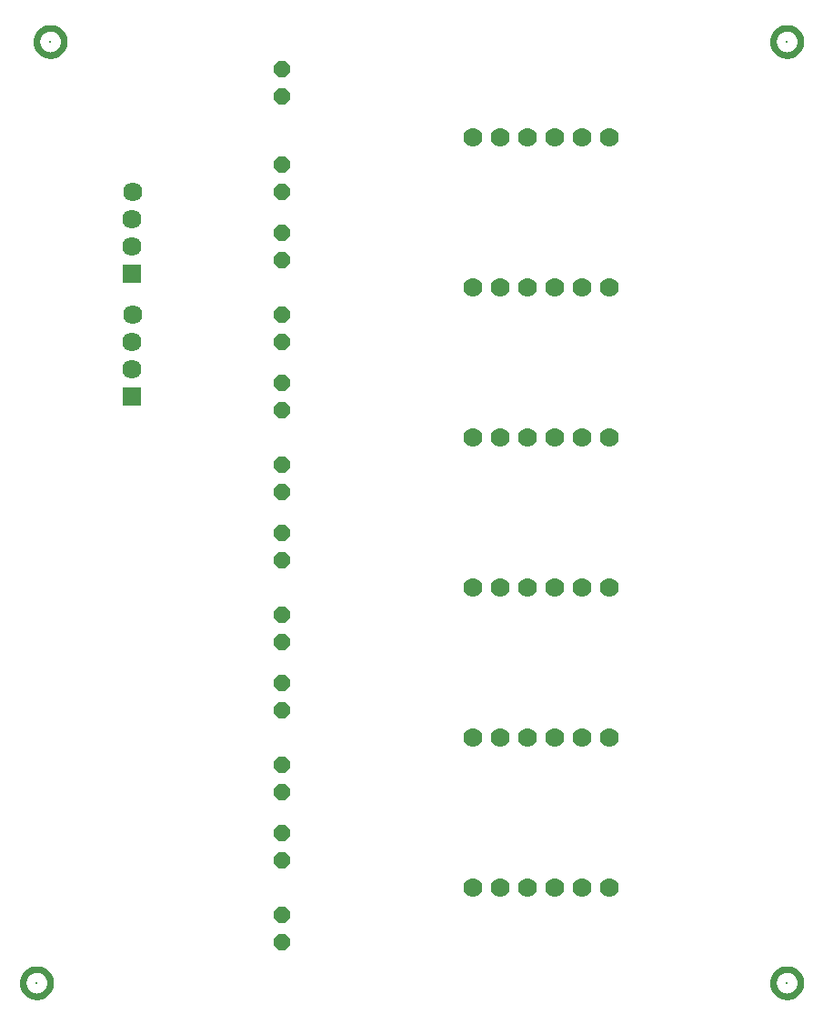
<source format=gbr>
G04 EAGLE Gerber RS-274X export*
G75*
%MOMM*%
%FSLAX34Y34*%
%LPD*%
%INSoldermask Bottom*%
%IPPOS*%
%AMOC8*
5,1,8,0,0,1.08239X$1,22.5*%
G01*
%ADD10C,0.284481*%
%ADD11C,0.609600*%
%ADD12C,1.778200*%
%ADD13R,1.793200X1.793200*%
%ADD14C,1.793200*%
%ADD15P,1.649562X8X112.500000*%


D10*
X76200Y952500D03*
X762000Y952500D03*
X63500Y76200D03*
X762000Y76200D03*
X76200Y952500D03*
D11*
X749300Y952500D02*
X749304Y952812D01*
X749315Y953123D01*
X749334Y953434D01*
X749361Y953745D01*
X749396Y954055D01*
X749437Y954363D01*
X749487Y954671D01*
X749544Y954978D01*
X749609Y955283D01*
X749681Y955586D01*
X749760Y955887D01*
X749847Y956187D01*
X749941Y956484D01*
X750042Y956779D01*
X750151Y957071D01*
X750267Y957360D01*
X750390Y957647D01*
X750519Y957930D01*
X750656Y958210D01*
X750800Y958487D01*
X750950Y958760D01*
X751107Y959029D01*
X751270Y959294D01*
X751440Y959556D01*
X751617Y959813D01*
X751799Y960065D01*
X751988Y960313D01*
X752183Y960557D01*
X752383Y960795D01*
X752590Y961029D01*
X752802Y961257D01*
X753020Y961480D01*
X753243Y961698D01*
X753471Y961910D01*
X753705Y962117D01*
X753943Y962317D01*
X754187Y962512D01*
X754435Y962701D01*
X754687Y962883D01*
X754944Y963060D01*
X755206Y963230D01*
X755471Y963393D01*
X755740Y963550D01*
X756013Y963700D01*
X756290Y963844D01*
X756570Y963981D01*
X756853Y964110D01*
X757140Y964233D01*
X757429Y964349D01*
X757721Y964458D01*
X758016Y964559D01*
X758313Y964653D01*
X758613Y964740D01*
X758914Y964819D01*
X759217Y964891D01*
X759522Y964956D01*
X759829Y965013D01*
X760137Y965063D01*
X760445Y965104D01*
X760755Y965139D01*
X761066Y965166D01*
X761377Y965185D01*
X761688Y965196D01*
X762000Y965200D01*
X762312Y965196D01*
X762623Y965185D01*
X762934Y965166D01*
X763245Y965139D01*
X763555Y965104D01*
X763863Y965063D01*
X764171Y965013D01*
X764478Y964956D01*
X764783Y964891D01*
X765086Y964819D01*
X765387Y964740D01*
X765687Y964653D01*
X765984Y964559D01*
X766279Y964458D01*
X766571Y964349D01*
X766860Y964233D01*
X767147Y964110D01*
X767430Y963981D01*
X767710Y963844D01*
X767987Y963700D01*
X768260Y963550D01*
X768529Y963393D01*
X768794Y963230D01*
X769056Y963060D01*
X769313Y962883D01*
X769565Y962701D01*
X769813Y962512D01*
X770057Y962317D01*
X770295Y962117D01*
X770529Y961910D01*
X770757Y961698D01*
X770980Y961480D01*
X771198Y961257D01*
X771410Y961029D01*
X771617Y960795D01*
X771817Y960557D01*
X772012Y960313D01*
X772201Y960065D01*
X772383Y959813D01*
X772560Y959556D01*
X772730Y959294D01*
X772893Y959029D01*
X773050Y958760D01*
X773200Y958487D01*
X773344Y958210D01*
X773481Y957930D01*
X773610Y957647D01*
X773733Y957360D01*
X773849Y957071D01*
X773958Y956779D01*
X774059Y956484D01*
X774153Y956187D01*
X774240Y955887D01*
X774319Y955586D01*
X774391Y955283D01*
X774456Y954978D01*
X774513Y954671D01*
X774563Y954363D01*
X774604Y954055D01*
X774639Y953745D01*
X774666Y953434D01*
X774685Y953123D01*
X774696Y952812D01*
X774700Y952500D01*
X774696Y952188D01*
X774685Y951877D01*
X774666Y951566D01*
X774639Y951255D01*
X774604Y950945D01*
X774563Y950637D01*
X774513Y950329D01*
X774456Y950022D01*
X774391Y949717D01*
X774319Y949414D01*
X774240Y949113D01*
X774153Y948813D01*
X774059Y948516D01*
X773958Y948221D01*
X773849Y947929D01*
X773733Y947640D01*
X773610Y947353D01*
X773481Y947070D01*
X773344Y946790D01*
X773200Y946513D01*
X773050Y946240D01*
X772893Y945971D01*
X772730Y945706D01*
X772560Y945444D01*
X772383Y945187D01*
X772201Y944935D01*
X772012Y944687D01*
X771817Y944443D01*
X771617Y944205D01*
X771410Y943971D01*
X771198Y943743D01*
X770980Y943520D01*
X770757Y943302D01*
X770529Y943090D01*
X770295Y942883D01*
X770057Y942683D01*
X769813Y942488D01*
X769565Y942299D01*
X769313Y942117D01*
X769056Y941940D01*
X768794Y941770D01*
X768529Y941607D01*
X768260Y941450D01*
X767987Y941300D01*
X767710Y941156D01*
X767430Y941019D01*
X767147Y940890D01*
X766860Y940767D01*
X766571Y940651D01*
X766279Y940542D01*
X765984Y940441D01*
X765687Y940347D01*
X765387Y940260D01*
X765086Y940181D01*
X764783Y940109D01*
X764478Y940044D01*
X764171Y939987D01*
X763863Y939937D01*
X763555Y939896D01*
X763245Y939861D01*
X762934Y939834D01*
X762623Y939815D01*
X762312Y939804D01*
X762000Y939800D01*
X761688Y939804D01*
X761377Y939815D01*
X761066Y939834D01*
X760755Y939861D01*
X760445Y939896D01*
X760137Y939937D01*
X759829Y939987D01*
X759522Y940044D01*
X759217Y940109D01*
X758914Y940181D01*
X758613Y940260D01*
X758313Y940347D01*
X758016Y940441D01*
X757721Y940542D01*
X757429Y940651D01*
X757140Y940767D01*
X756853Y940890D01*
X756570Y941019D01*
X756290Y941156D01*
X756013Y941300D01*
X755740Y941450D01*
X755471Y941607D01*
X755206Y941770D01*
X754944Y941940D01*
X754687Y942117D01*
X754435Y942299D01*
X754187Y942488D01*
X753943Y942683D01*
X753705Y942883D01*
X753471Y943090D01*
X753243Y943302D01*
X753020Y943520D01*
X752802Y943743D01*
X752590Y943971D01*
X752383Y944205D01*
X752183Y944443D01*
X751988Y944687D01*
X751799Y944935D01*
X751617Y945187D01*
X751440Y945444D01*
X751270Y945706D01*
X751107Y945971D01*
X750950Y946240D01*
X750800Y946513D01*
X750656Y946790D01*
X750519Y947070D01*
X750390Y947353D01*
X750267Y947640D01*
X750151Y947929D01*
X750042Y948221D01*
X749941Y948516D01*
X749847Y948813D01*
X749760Y949113D01*
X749681Y949414D01*
X749609Y949717D01*
X749544Y950022D01*
X749487Y950329D01*
X749437Y950637D01*
X749396Y950945D01*
X749361Y951255D01*
X749334Y951566D01*
X749315Y951877D01*
X749304Y952188D01*
X749300Y952500D01*
X63500Y952500D02*
X63504Y952812D01*
X63515Y953123D01*
X63534Y953434D01*
X63561Y953745D01*
X63596Y954055D01*
X63637Y954363D01*
X63687Y954671D01*
X63744Y954978D01*
X63809Y955283D01*
X63881Y955586D01*
X63960Y955887D01*
X64047Y956187D01*
X64141Y956484D01*
X64242Y956779D01*
X64351Y957071D01*
X64467Y957360D01*
X64590Y957647D01*
X64719Y957930D01*
X64856Y958210D01*
X65000Y958487D01*
X65150Y958760D01*
X65307Y959029D01*
X65470Y959294D01*
X65640Y959556D01*
X65817Y959813D01*
X65999Y960065D01*
X66188Y960313D01*
X66383Y960557D01*
X66583Y960795D01*
X66790Y961029D01*
X67002Y961257D01*
X67220Y961480D01*
X67443Y961698D01*
X67671Y961910D01*
X67905Y962117D01*
X68143Y962317D01*
X68387Y962512D01*
X68635Y962701D01*
X68887Y962883D01*
X69144Y963060D01*
X69406Y963230D01*
X69671Y963393D01*
X69940Y963550D01*
X70213Y963700D01*
X70490Y963844D01*
X70770Y963981D01*
X71053Y964110D01*
X71340Y964233D01*
X71629Y964349D01*
X71921Y964458D01*
X72216Y964559D01*
X72513Y964653D01*
X72813Y964740D01*
X73114Y964819D01*
X73417Y964891D01*
X73722Y964956D01*
X74029Y965013D01*
X74337Y965063D01*
X74645Y965104D01*
X74955Y965139D01*
X75266Y965166D01*
X75577Y965185D01*
X75888Y965196D01*
X76200Y965200D01*
X76512Y965196D01*
X76823Y965185D01*
X77134Y965166D01*
X77445Y965139D01*
X77755Y965104D01*
X78063Y965063D01*
X78371Y965013D01*
X78678Y964956D01*
X78983Y964891D01*
X79286Y964819D01*
X79587Y964740D01*
X79887Y964653D01*
X80184Y964559D01*
X80479Y964458D01*
X80771Y964349D01*
X81060Y964233D01*
X81347Y964110D01*
X81630Y963981D01*
X81910Y963844D01*
X82187Y963700D01*
X82460Y963550D01*
X82729Y963393D01*
X82994Y963230D01*
X83256Y963060D01*
X83513Y962883D01*
X83765Y962701D01*
X84013Y962512D01*
X84257Y962317D01*
X84495Y962117D01*
X84729Y961910D01*
X84957Y961698D01*
X85180Y961480D01*
X85398Y961257D01*
X85610Y961029D01*
X85817Y960795D01*
X86017Y960557D01*
X86212Y960313D01*
X86401Y960065D01*
X86583Y959813D01*
X86760Y959556D01*
X86930Y959294D01*
X87093Y959029D01*
X87250Y958760D01*
X87400Y958487D01*
X87544Y958210D01*
X87681Y957930D01*
X87810Y957647D01*
X87933Y957360D01*
X88049Y957071D01*
X88158Y956779D01*
X88259Y956484D01*
X88353Y956187D01*
X88440Y955887D01*
X88519Y955586D01*
X88591Y955283D01*
X88656Y954978D01*
X88713Y954671D01*
X88763Y954363D01*
X88804Y954055D01*
X88839Y953745D01*
X88866Y953434D01*
X88885Y953123D01*
X88896Y952812D01*
X88900Y952500D01*
X88896Y952188D01*
X88885Y951877D01*
X88866Y951566D01*
X88839Y951255D01*
X88804Y950945D01*
X88763Y950637D01*
X88713Y950329D01*
X88656Y950022D01*
X88591Y949717D01*
X88519Y949414D01*
X88440Y949113D01*
X88353Y948813D01*
X88259Y948516D01*
X88158Y948221D01*
X88049Y947929D01*
X87933Y947640D01*
X87810Y947353D01*
X87681Y947070D01*
X87544Y946790D01*
X87400Y946513D01*
X87250Y946240D01*
X87093Y945971D01*
X86930Y945706D01*
X86760Y945444D01*
X86583Y945187D01*
X86401Y944935D01*
X86212Y944687D01*
X86017Y944443D01*
X85817Y944205D01*
X85610Y943971D01*
X85398Y943743D01*
X85180Y943520D01*
X84957Y943302D01*
X84729Y943090D01*
X84495Y942883D01*
X84257Y942683D01*
X84013Y942488D01*
X83765Y942299D01*
X83513Y942117D01*
X83256Y941940D01*
X82994Y941770D01*
X82729Y941607D01*
X82460Y941450D01*
X82187Y941300D01*
X81910Y941156D01*
X81630Y941019D01*
X81347Y940890D01*
X81060Y940767D01*
X80771Y940651D01*
X80479Y940542D01*
X80184Y940441D01*
X79887Y940347D01*
X79587Y940260D01*
X79286Y940181D01*
X78983Y940109D01*
X78678Y940044D01*
X78371Y939987D01*
X78063Y939937D01*
X77755Y939896D01*
X77445Y939861D01*
X77134Y939834D01*
X76823Y939815D01*
X76512Y939804D01*
X76200Y939800D01*
X75888Y939804D01*
X75577Y939815D01*
X75266Y939834D01*
X74955Y939861D01*
X74645Y939896D01*
X74337Y939937D01*
X74029Y939987D01*
X73722Y940044D01*
X73417Y940109D01*
X73114Y940181D01*
X72813Y940260D01*
X72513Y940347D01*
X72216Y940441D01*
X71921Y940542D01*
X71629Y940651D01*
X71340Y940767D01*
X71053Y940890D01*
X70770Y941019D01*
X70490Y941156D01*
X70213Y941300D01*
X69940Y941450D01*
X69671Y941607D01*
X69406Y941770D01*
X69144Y941940D01*
X68887Y942117D01*
X68635Y942299D01*
X68387Y942488D01*
X68143Y942683D01*
X67905Y942883D01*
X67671Y943090D01*
X67443Y943302D01*
X67220Y943520D01*
X67002Y943743D01*
X66790Y943971D01*
X66583Y944205D01*
X66383Y944443D01*
X66188Y944687D01*
X65999Y944935D01*
X65817Y945187D01*
X65640Y945444D01*
X65470Y945706D01*
X65307Y945971D01*
X65150Y946240D01*
X65000Y946513D01*
X64856Y946790D01*
X64719Y947070D01*
X64590Y947353D01*
X64467Y947640D01*
X64351Y947929D01*
X64242Y948221D01*
X64141Y948516D01*
X64047Y948813D01*
X63960Y949113D01*
X63881Y949414D01*
X63809Y949717D01*
X63744Y950022D01*
X63687Y950329D01*
X63637Y950637D01*
X63596Y950945D01*
X63561Y951255D01*
X63534Y951566D01*
X63515Y951877D01*
X63504Y952188D01*
X63500Y952500D01*
X50800Y76200D02*
X50804Y76512D01*
X50815Y76823D01*
X50834Y77134D01*
X50861Y77445D01*
X50896Y77755D01*
X50937Y78063D01*
X50987Y78371D01*
X51044Y78678D01*
X51109Y78983D01*
X51181Y79286D01*
X51260Y79587D01*
X51347Y79887D01*
X51441Y80184D01*
X51542Y80479D01*
X51651Y80771D01*
X51767Y81060D01*
X51890Y81347D01*
X52019Y81630D01*
X52156Y81910D01*
X52300Y82187D01*
X52450Y82460D01*
X52607Y82729D01*
X52770Y82994D01*
X52940Y83256D01*
X53117Y83513D01*
X53299Y83765D01*
X53488Y84013D01*
X53683Y84257D01*
X53883Y84495D01*
X54090Y84729D01*
X54302Y84957D01*
X54520Y85180D01*
X54743Y85398D01*
X54971Y85610D01*
X55205Y85817D01*
X55443Y86017D01*
X55687Y86212D01*
X55935Y86401D01*
X56187Y86583D01*
X56444Y86760D01*
X56706Y86930D01*
X56971Y87093D01*
X57240Y87250D01*
X57513Y87400D01*
X57790Y87544D01*
X58070Y87681D01*
X58353Y87810D01*
X58640Y87933D01*
X58929Y88049D01*
X59221Y88158D01*
X59516Y88259D01*
X59813Y88353D01*
X60113Y88440D01*
X60414Y88519D01*
X60717Y88591D01*
X61022Y88656D01*
X61329Y88713D01*
X61637Y88763D01*
X61945Y88804D01*
X62255Y88839D01*
X62566Y88866D01*
X62877Y88885D01*
X63188Y88896D01*
X63500Y88900D01*
X63812Y88896D01*
X64123Y88885D01*
X64434Y88866D01*
X64745Y88839D01*
X65055Y88804D01*
X65363Y88763D01*
X65671Y88713D01*
X65978Y88656D01*
X66283Y88591D01*
X66586Y88519D01*
X66887Y88440D01*
X67187Y88353D01*
X67484Y88259D01*
X67779Y88158D01*
X68071Y88049D01*
X68360Y87933D01*
X68647Y87810D01*
X68930Y87681D01*
X69210Y87544D01*
X69487Y87400D01*
X69760Y87250D01*
X70029Y87093D01*
X70294Y86930D01*
X70556Y86760D01*
X70813Y86583D01*
X71065Y86401D01*
X71313Y86212D01*
X71557Y86017D01*
X71795Y85817D01*
X72029Y85610D01*
X72257Y85398D01*
X72480Y85180D01*
X72698Y84957D01*
X72910Y84729D01*
X73117Y84495D01*
X73317Y84257D01*
X73512Y84013D01*
X73701Y83765D01*
X73883Y83513D01*
X74060Y83256D01*
X74230Y82994D01*
X74393Y82729D01*
X74550Y82460D01*
X74700Y82187D01*
X74844Y81910D01*
X74981Y81630D01*
X75110Y81347D01*
X75233Y81060D01*
X75349Y80771D01*
X75458Y80479D01*
X75559Y80184D01*
X75653Y79887D01*
X75740Y79587D01*
X75819Y79286D01*
X75891Y78983D01*
X75956Y78678D01*
X76013Y78371D01*
X76063Y78063D01*
X76104Y77755D01*
X76139Y77445D01*
X76166Y77134D01*
X76185Y76823D01*
X76196Y76512D01*
X76200Y76200D01*
X76196Y75888D01*
X76185Y75577D01*
X76166Y75266D01*
X76139Y74955D01*
X76104Y74645D01*
X76063Y74337D01*
X76013Y74029D01*
X75956Y73722D01*
X75891Y73417D01*
X75819Y73114D01*
X75740Y72813D01*
X75653Y72513D01*
X75559Y72216D01*
X75458Y71921D01*
X75349Y71629D01*
X75233Y71340D01*
X75110Y71053D01*
X74981Y70770D01*
X74844Y70490D01*
X74700Y70213D01*
X74550Y69940D01*
X74393Y69671D01*
X74230Y69406D01*
X74060Y69144D01*
X73883Y68887D01*
X73701Y68635D01*
X73512Y68387D01*
X73317Y68143D01*
X73117Y67905D01*
X72910Y67671D01*
X72698Y67443D01*
X72480Y67220D01*
X72257Y67002D01*
X72029Y66790D01*
X71795Y66583D01*
X71557Y66383D01*
X71313Y66188D01*
X71065Y65999D01*
X70813Y65817D01*
X70556Y65640D01*
X70294Y65470D01*
X70029Y65307D01*
X69760Y65150D01*
X69487Y65000D01*
X69210Y64856D01*
X68930Y64719D01*
X68647Y64590D01*
X68360Y64467D01*
X68071Y64351D01*
X67779Y64242D01*
X67484Y64141D01*
X67187Y64047D01*
X66887Y63960D01*
X66586Y63881D01*
X66283Y63809D01*
X65978Y63744D01*
X65671Y63687D01*
X65363Y63637D01*
X65055Y63596D01*
X64745Y63561D01*
X64434Y63534D01*
X64123Y63515D01*
X63812Y63504D01*
X63500Y63500D01*
X63188Y63504D01*
X62877Y63515D01*
X62566Y63534D01*
X62255Y63561D01*
X61945Y63596D01*
X61637Y63637D01*
X61329Y63687D01*
X61022Y63744D01*
X60717Y63809D01*
X60414Y63881D01*
X60113Y63960D01*
X59813Y64047D01*
X59516Y64141D01*
X59221Y64242D01*
X58929Y64351D01*
X58640Y64467D01*
X58353Y64590D01*
X58070Y64719D01*
X57790Y64856D01*
X57513Y65000D01*
X57240Y65150D01*
X56971Y65307D01*
X56706Y65470D01*
X56444Y65640D01*
X56187Y65817D01*
X55935Y65999D01*
X55687Y66188D01*
X55443Y66383D01*
X55205Y66583D01*
X54971Y66790D01*
X54743Y67002D01*
X54520Y67220D01*
X54302Y67443D01*
X54090Y67671D01*
X53883Y67905D01*
X53683Y68143D01*
X53488Y68387D01*
X53299Y68635D01*
X53117Y68887D01*
X52940Y69144D01*
X52770Y69406D01*
X52607Y69671D01*
X52450Y69940D01*
X52300Y70213D01*
X52156Y70490D01*
X52019Y70770D01*
X51890Y71053D01*
X51767Y71340D01*
X51651Y71629D01*
X51542Y71921D01*
X51441Y72216D01*
X51347Y72513D01*
X51260Y72813D01*
X51181Y73114D01*
X51109Y73417D01*
X51044Y73722D01*
X50987Y74029D01*
X50937Y74337D01*
X50896Y74645D01*
X50861Y74955D01*
X50834Y75266D01*
X50815Y75577D01*
X50804Y75888D01*
X50800Y76200D01*
X749300Y76200D02*
X749304Y76512D01*
X749315Y76823D01*
X749334Y77134D01*
X749361Y77445D01*
X749396Y77755D01*
X749437Y78063D01*
X749487Y78371D01*
X749544Y78678D01*
X749609Y78983D01*
X749681Y79286D01*
X749760Y79587D01*
X749847Y79887D01*
X749941Y80184D01*
X750042Y80479D01*
X750151Y80771D01*
X750267Y81060D01*
X750390Y81347D01*
X750519Y81630D01*
X750656Y81910D01*
X750800Y82187D01*
X750950Y82460D01*
X751107Y82729D01*
X751270Y82994D01*
X751440Y83256D01*
X751617Y83513D01*
X751799Y83765D01*
X751988Y84013D01*
X752183Y84257D01*
X752383Y84495D01*
X752590Y84729D01*
X752802Y84957D01*
X753020Y85180D01*
X753243Y85398D01*
X753471Y85610D01*
X753705Y85817D01*
X753943Y86017D01*
X754187Y86212D01*
X754435Y86401D01*
X754687Y86583D01*
X754944Y86760D01*
X755206Y86930D01*
X755471Y87093D01*
X755740Y87250D01*
X756013Y87400D01*
X756290Y87544D01*
X756570Y87681D01*
X756853Y87810D01*
X757140Y87933D01*
X757429Y88049D01*
X757721Y88158D01*
X758016Y88259D01*
X758313Y88353D01*
X758613Y88440D01*
X758914Y88519D01*
X759217Y88591D01*
X759522Y88656D01*
X759829Y88713D01*
X760137Y88763D01*
X760445Y88804D01*
X760755Y88839D01*
X761066Y88866D01*
X761377Y88885D01*
X761688Y88896D01*
X762000Y88900D01*
X762312Y88896D01*
X762623Y88885D01*
X762934Y88866D01*
X763245Y88839D01*
X763555Y88804D01*
X763863Y88763D01*
X764171Y88713D01*
X764478Y88656D01*
X764783Y88591D01*
X765086Y88519D01*
X765387Y88440D01*
X765687Y88353D01*
X765984Y88259D01*
X766279Y88158D01*
X766571Y88049D01*
X766860Y87933D01*
X767147Y87810D01*
X767430Y87681D01*
X767710Y87544D01*
X767987Y87400D01*
X768260Y87250D01*
X768529Y87093D01*
X768794Y86930D01*
X769056Y86760D01*
X769313Y86583D01*
X769565Y86401D01*
X769813Y86212D01*
X770057Y86017D01*
X770295Y85817D01*
X770529Y85610D01*
X770757Y85398D01*
X770980Y85180D01*
X771198Y84957D01*
X771410Y84729D01*
X771617Y84495D01*
X771817Y84257D01*
X772012Y84013D01*
X772201Y83765D01*
X772383Y83513D01*
X772560Y83256D01*
X772730Y82994D01*
X772893Y82729D01*
X773050Y82460D01*
X773200Y82187D01*
X773344Y81910D01*
X773481Y81630D01*
X773610Y81347D01*
X773733Y81060D01*
X773849Y80771D01*
X773958Y80479D01*
X774059Y80184D01*
X774153Y79887D01*
X774240Y79587D01*
X774319Y79286D01*
X774391Y78983D01*
X774456Y78678D01*
X774513Y78371D01*
X774563Y78063D01*
X774604Y77755D01*
X774639Y77445D01*
X774666Y77134D01*
X774685Y76823D01*
X774696Y76512D01*
X774700Y76200D01*
X774696Y75888D01*
X774685Y75577D01*
X774666Y75266D01*
X774639Y74955D01*
X774604Y74645D01*
X774563Y74337D01*
X774513Y74029D01*
X774456Y73722D01*
X774391Y73417D01*
X774319Y73114D01*
X774240Y72813D01*
X774153Y72513D01*
X774059Y72216D01*
X773958Y71921D01*
X773849Y71629D01*
X773733Y71340D01*
X773610Y71053D01*
X773481Y70770D01*
X773344Y70490D01*
X773200Y70213D01*
X773050Y69940D01*
X772893Y69671D01*
X772730Y69406D01*
X772560Y69144D01*
X772383Y68887D01*
X772201Y68635D01*
X772012Y68387D01*
X771817Y68143D01*
X771617Y67905D01*
X771410Y67671D01*
X771198Y67443D01*
X770980Y67220D01*
X770757Y67002D01*
X770529Y66790D01*
X770295Y66583D01*
X770057Y66383D01*
X769813Y66188D01*
X769565Y65999D01*
X769313Y65817D01*
X769056Y65640D01*
X768794Y65470D01*
X768529Y65307D01*
X768260Y65150D01*
X767987Y65000D01*
X767710Y64856D01*
X767430Y64719D01*
X767147Y64590D01*
X766860Y64467D01*
X766571Y64351D01*
X766279Y64242D01*
X765984Y64141D01*
X765687Y64047D01*
X765387Y63960D01*
X765086Y63881D01*
X764783Y63809D01*
X764478Y63744D01*
X764171Y63687D01*
X763863Y63637D01*
X763555Y63596D01*
X763245Y63561D01*
X762934Y63534D01*
X762623Y63515D01*
X762312Y63504D01*
X762000Y63500D01*
X761688Y63504D01*
X761377Y63515D01*
X761066Y63534D01*
X760755Y63561D01*
X760445Y63596D01*
X760137Y63637D01*
X759829Y63687D01*
X759522Y63744D01*
X759217Y63809D01*
X758914Y63881D01*
X758613Y63960D01*
X758313Y64047D01*
X758016Y64141D01*
X757721Y64242D01*
X757429Y64351D01*
X757140Y64467D01*
X756853Y64590D01*
X756570Y64719D01*
X756290Y64856D01*
X756013Y65000D01*
X755740Y65150D01*
X755471Y65307D01*
X755206Y65470D01*
X754944Y65640D01*
X754687Y65817D01*
X754435Y65999D01*
X754187Y66188D01*
X753943Y66383D01*
X753705Y66583D01*
X753471Y66790D01*
X753243Y67002D01*
X753020Y67220D01*
X752802Y67443D01*
X752590Y67671D01*
X752383Y67905D01*
X752183Y68143D01*
X751988Y68387D01*
X751799Y68635D01*
X751617Y68887D01*
X751440Y69144D01*
X751270Y69406D01*
X751107Y69671D01*
X750950Y69940D01*
X750800Y70213D01*
X750656Y70490D01*
X750519Y70770D01*
X750390Y71053D01*
X750267Y71340D01*
X750151Y71629D01*
X750042Y71921D01*
X749941Y72216D01*
X749847Y72513D01*
X749760Y72813D01*
X749681Y73114D01*
X749609Y73417D01*
X749544Y73722D01*
X749487Y74029D01*
X749437Y74337D01*
X749396Y74645D01*
X749361Y74955D01*
X749334Y75266D01*
X749315Y75577D01*
X749304Y75888D01*
X749300Y76200D01*
D12*
X469900Y165100D03*
X495300Y165100D03*
X520700Y165100D03*
X546100Y165100D03*
X571500Y165100D03*
X596900Y165100D03*
X469900Y304800D03*
X495300Y304800D03*
X520700Y304800D03*
X546100Y304800D03*
X571500Y304800D03*
X596900Y304800D03*
X469900Y444500D03*
X495300Y444500D03*
X520700Y444500D03*
X546100Y444500D03*
X571500Y444500D03*
X596900Y444500D03*
X469900Y584200D03*
X495300Y584200D03*
X520700Y584200D03*
X546100Y584200D03*
X571500Y584200D03*
X596900Y584200D03*
X469900Y723900D03*
X495300Y723900D03*
X520700Y723900D03*
X546100Y723900D03*
X571500Y723900D03*
X596900Y723900D03*
X469900Y863600D03*
X495300Y863600D03*
X520700Y863600D03*
X546100Y863600D03*
X571500Y863600D03*
X596900Y863600D03*
D13*
X152400Y622300D03*
D14*
X152400Y647700D03*
X152400Y673100D03*
X153400Y698500D03*
D13*
X152400Y736600D03*
D14*
X152400Y762000D03*
X152400Y787400D03*
X153400Y812800D03*
D15*
X292100Y190500D03*
X292100Y215900D03*
X292100Y673100D03*
X292100Y698500D03*
X292100Y901700D03*
X292100Y927100D03*
X292100Y812800D03*
X292100Y838200D03*
X292100Y114300D03*
X292100Y139700D03*
X292100Y330200D03*
X292100Y355600D03*
X292100Y254000D03*
X292100Y279400D03*
X292100Y469900D03*
X292100Y495300D03*
X292100Y393700D03*
X292100Y419100D03*
X292100Y609600D03*
X292100Y635000D03*
X292100Y533400D03*
X292100Y558800D03*
X292100Y749300D03*
X292100Y774700D03*
M02*

</source>
